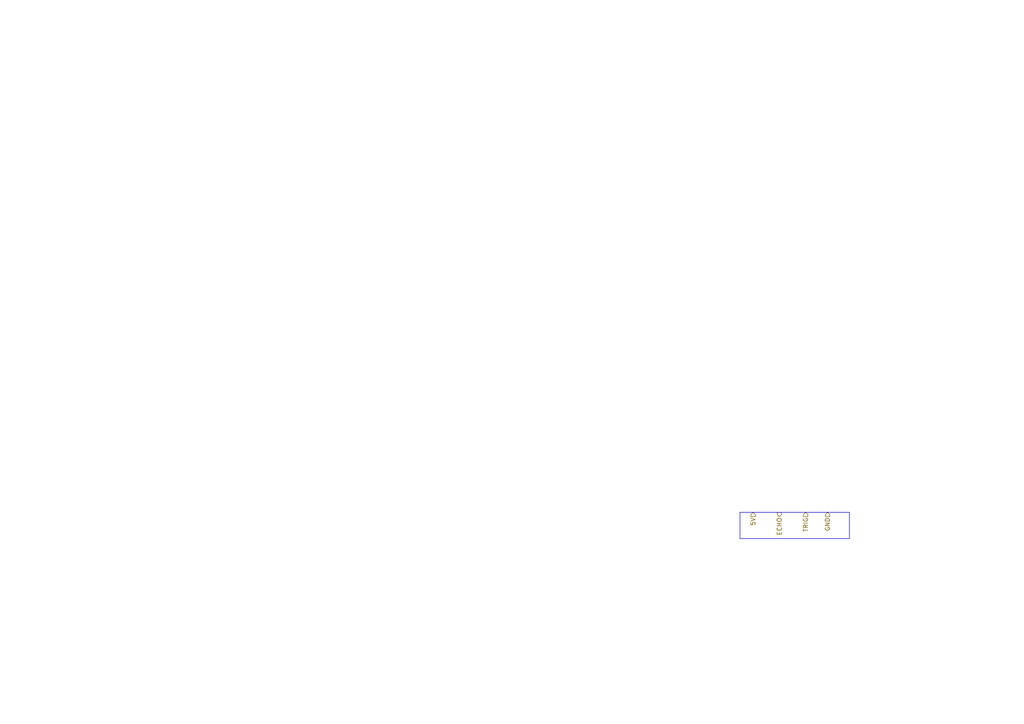
<source format=kicad_sch>
(kicad_sch (version 20230121) (generator eeschema)
  (paper "A4")
  (title_block (title "Team 10: WeMove Robot circuitry") (date "2023-08-07") (rev "v0.1") (company "University of Cape Town") (comment 1 "Author: Cameron Clark"))
  (lib_symbols)
  (rectangle (start 214.63 148.59) (end 246.38 156.21))
  (hierarchical_label "5V" (shape input) (at 218.44 148.59 270))
  (hierarchical_label "ECHO" (shape output) (at 226.06 148.59 270))
  (hierarchical_label "GND" (shape input) (at 240.03 148.59 270))
  (hierarchical_label "TRIG" (shape input) (at 233.68 148.59 270))
)
</source>
